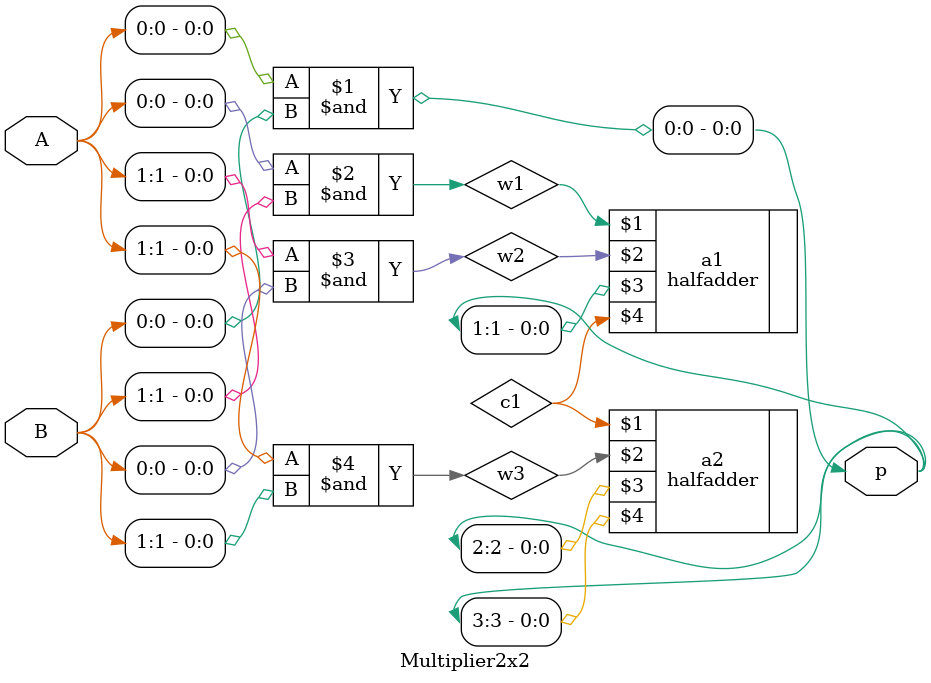
<source format=v>
`timescale 1ns / 1ps
module Multiplier2x2(
    input [1:0] A,B,
    output [3:0] p
    );
	 wire w1,w2,w3,c1;
	 
	 and n1(p[0],A[0],B[0]);
	 and n2(w1,A[0],B[1]);
	 
	 and n3(w2,A[1],B[0]);
	 and n4(w3,A[1],B[1]);
	 
	 halfadder a1(w1,w2,p[1],c1);
	 halfadder a2(c1,w3,p[2],p[3]);
	  


endmodule

</source>
